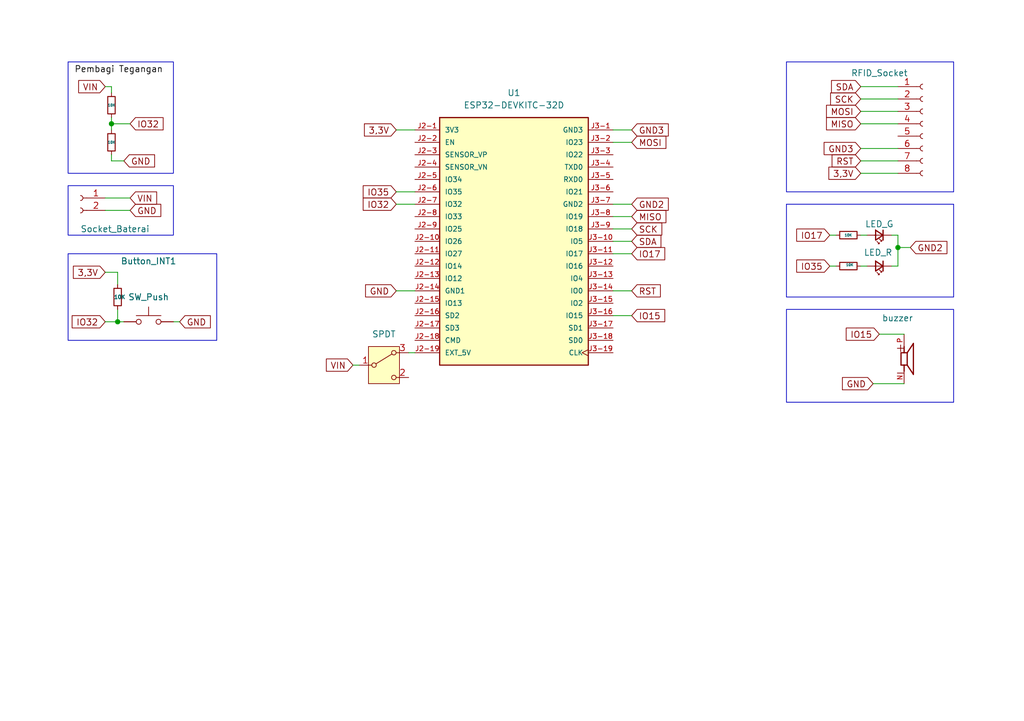
<source format=kicad_sch>
(kicad_sch (version 20231120) (generator "eeschema") (generator_version "8.0")
  (paper "A5")
  (title_block (title " Skematik Proyek"))
  (lib_symbols
    (symbol "CMT-8540S-SMT:CMT-8540S-SMT" (pin_names (offset 1.016))
      (property "Reference" "LS" (at -3.8235 8.9216 0))
      (property "Value" "CMT-8540S-SMT" (at -3.8247 -11.4741 0))
      (symbol "CMT-8540S-SMT_0_0"
        (polyline (pts (xy -0.635 -1.27) (xy -0.635 1.27)) (stroke (width 0.254)))
        (polyline (pts (xy -0.635 1.27) (xy 0 1.27)) (stroke (width 0.254)))
        (polyline (pts (xy 0 -1.27) (xy -0.635 -1.27)) (stroke (width 0.254)))
        (polyline (pts (xy 0 -1.27) (xy 0 -2.54)) (stroke (width 0.254)))
        (polyline (pts (xy 0 1.27) (xy 0 2.54)) (stroke (width 0.254)))
        (polyline (pts (xy 0 1.27) (xy 0.635 1.27)) (stroke (width 0.254)))
        (polyline (pts (xy 0.635 -1.27) (xy 0 -1.27)) (stroke (width 0.254)))
        (polyline (pts (xy 0.635 1.27) (xy 0.635 -1.27)) (stroke (width 0.254)))
        (polyline (pts (xy 0.635 1.27) (xy 1.905 3.175)) (stroke (width 0.254)))
        (polyline (pts (xy 1.905 -3.175) (xy 0.635 -1.27)) (stroke (width 0.254)))
        (polyline (pts (xy 1.905 3.175) (xy 1.905 -3.175)) (stroke (width 0.254)))
        (text "+" (at -1.9126 1.275 0) (effects (font (size 1.785 1.785)) (justify left bottom)))
        (text "-" (at -1.9134 -3.8091 0) (effects (font (size 1.7858 1.7858)) (justify left bottom)))
        (pin passive line (at 0 -5.08 90) (length 2.54) (name "~") (number "N"))
        (pin passive line (at 0 5.08 270) (length 2.54) (name "~") (number "P"))
      )
    )
    (symbol "Connector:Conn_01x02_Socket" (pin_names (offset 1.016) hide)
      (property "Reference" "J" (at 0 2.54 0))
      (property "Value" "Conn_01x02_Socket" (at 0 -5.08 0))
      (symbol "Conn_01x02_Socket_1_1"
        (arc (start 0 -2.032) (mid -0.5058 -2.54) (end 0 -3.048) (stroke (width 0.1524)))
        (polyline (pts (xy -1.27 -2.54) (xy -0.508 -2.54)) (stroke (width 0.1524)))
        (polyline (pts (xy -1.27 0) (xy -0.508 0)) (stroke (width 0.1524)))
        (arc (start 0 0.508) (mid -0.5058 0) (end 0 -0.508) (stroke (width 0.1524)))
        (pin passive line (at -5.08 0 0) (length 3.81) (name "Pin_1") (number "1"))
        (pin passive line (at -5.08 -2.54 0) (length 3.81) (name "Pin_2") (number "2"))
      )
    )
    (symbol "Connector:Conn_01x08_Socket" (pin_names (offset 1.016) hide)
      (property "Reference" "J" (at 0 10.16 0))
      (property "Value" "Conn_01x08_Socket" (at 0 -12.7 0))
      (symbol "Conn_01x08_Socket_1_1"
        (arc (start 0 -9.652) (mid -0.5058 -10.16) (end 0 -10.668) (stroke (width 0.1524)))
        (arc (start 0 -7.112) (mid -0.5058 -7.62) (end 0 -8.128) (stroke (width 0.1524)))
        (arc (start 0 -4.572) (mid -0.5058 -5.08) (end 0 -5.588) (stroke (width 0.1524)))
        (arc (start 0 -2.032) (mid -0.5058 -2.54) (end 0 -3.048) (stroke (width 0.1524)))
        (polyline (pts (xy -1.27 -10.16) (xy -0.508 -10.16)) (stroke (width 0.1524)))
        (polyline (pts (xy -1.27 -7.62) (xy -0.508 -7.62)) (stroke (width 0.1524)))
        (polyline (pts (xy -1.27 -5.08) (xy -0.508 -5.08)) (stroke (width 0.1524)))
        (polyline (pts (xy -1.27 -2.54) (xy -0.508 -2.54)) (stroke (width 0.1524)))
        (polyline (pts (xy -1.27 0) (xy -0.508 0)) (stroke (width 0.1524)))
        (polyline (pts (xy -1.27 2.54) (xy -0.508 2.54)) (stroke (width 0.1524)))
        (polyline (pts (xy -1.27 5.08) (xy -0.508 5.08)) (stroke (width 0.1524)))
        (polyline (pts (xy -1.27 7.62) (xy -0.508 7.62)) (stroke (width 0.1524)))
        (arc (start 0 0.508) (mid -0.5058 0) (end 0 -0.508) (stroke (width 0.1524)))
        (arc (start 0 3.048) (mid -0.5058 2.54) (end 0 2.032) (stroke (width 0.1524)))
        (arc (start 0 5.588) (mid -0.5058 5.08) (end 0 4.572) (stroke (width 0.1524)))
        (arc (start 0 8.128) (mid -0.5058 7.62) (end 0 7.112) (stroke (width 0.1524)))
        (pin passive line (at -5.08 7.62 0) (length 3.81) (name "Pin_1") (number "1"))
        (pin passive line (at -5.08 5.08 0) (length 3.81) (name "Pin_2") (number "2"))
        (pin passive line (at -5.08 2.54 0) (length 3.81) (name "Pin_3") (number "3"))
        (pin passive line (at -5.08 0 0) (length 3.81) (name "Pin_4") (number "4"))
        (pin passive line (at -5.08 -2.54 0) (length 3.81) (name "Pin_5") (number "5"))
        (pin passive line (at -5.08 -5.08 0) (length 3.81) (name "Pin_6") (number "6"))
        (pin passive line (at -5.08 -7.62 0) (length 3.81) (name "Pin_7") (number "7"))
        (pin passive line (at -5.08 -10.16 0) (length 3.81) (name "Pin_8") (number "8"))
      )
    )
    (symbol "Device:LED_Small" (pin_numbers hide) (pin_names (offset 0.254) hide)
      (property "Reference" "D" (at -1.27 3.175 0))
      (property "Value" "LED_Small" (at -4.445 -2.54 0))
      (symbol "LED_Small_0_1"
        (polyline (pts (xy -0.762 -1.016) (xy -0.762 1.016)) (stroke (width 0.254)))
        (polyline (pts (xy 1.016 0) (xy -0.762 0)))
        (polyline (pts (xy 0.762 -1.016) (xy -0.762 0) (xy 0.762 1.016) (xy 0.762 -1.016)) (stroke (width 0.254)))
        (polyline (pts (xy 0 0.762) (xy -0.508 1.27) (xy -0.254 1.27) (xy -0.508 1.27) (xy -0.508 1.016)))
        (polyline (pts (xy 0.508 1.27) (xy 0 1.778) (xy 0.254 1.778) (xy 0 1.778) (xy 0 1.524)))
      )
      (symbol "LED_Small_1_1"
        (pin passive line (at -2.54 0 0) (length 1.778) (name "K") (number "1"))
        (pin passive line (at 2.54 0 180) (length 1.778) (name "A") (number "2"))
      )
    )
    (symbol "Device:R_Small" (pin_numbers hide) (pin_names (offset 0.254) hide)
      (property "Reference" "R" (at 0.762 0.508 0))
      (property "Value" "R_Small" (at 0.762 -1.016 0))
      (symbol "R_Small_0_1"
        (rectangle (start -0.762 1.778) (end 0.762 -1.778) (stroke (width 0.2032)))
      )
      (symbol "R_Small_1_1"
        (pin passive line (at 0 2.54 270) (length 0.762) (name "~") (number "1"))
        (pin passive line (at 0 -2.54 90) (length 0.762) (name "~") (number "2"))
      )
    )
    (symbol "ESP32-DEVKITC-32D:ESP32-DEVKITC-32D" (pin_names (offset 1.016))
      (property "Reference" "U" (at -15.2572 26.0643 0))
      (property "Value" "ESP32-DEVKITC-32D" (at -15.2563 -27.9698 0))
      (symbol "ESP32-DEVKITC-32D_0_0"
        (rectangle (start -15.24 -25.4) (end 15.24 25.4) (stroke (width 0.254)) (fill (type background)))
        (pin power_in line (at -20.32 22.86 0) (length 5.08) (name "3V3") (number "J2-1"))
        (pin bidirectional line (at -20.32 0 0) (length 5.08) (name "IO26") (number "J2-10"))
        (pin bidirectional line (at -20.32 -2.54 0) (length 5.08) (name "IO27") (number "J2-11"))
        (pin bidirectional line (at -20.32 -5.08 0) (length 5.08) (name "IO14") (number "J2-12"))
        (pin bidirectional line (at -20.32 -7.62 0) (length 5.08) (name "IO12") (number "J2-13"))
        (pin power_in line (at -20.32 -10.16 0) (length 5.08) (name "GND1") (number "J2-14"))
        (pin bidirectional line (at -20.32 -12.7 0) (length 5.08) (name "IO13") (number "J2-15"))
        (pin bidirectional line (at -20.32 -15.24 0) (length 5.08) (name "SD2") (number "J2-16"))
        (pin bidirectional line (at -20.32 -17.78 0) (length 5.08) (name "SD3") (number "J2-17"))
        (pin bidirectional line (at -20.32 -20.32 0) (length 5.08) (name "CMD") (number "J2-18"))
        (pin power_in line (at -20.32 -22.86 0) (length 5.08) (name "EXT_5V") (number "J2-19"))
        (pin input line (at -20.32 20.32 0) (length 5.08) (name "EN") (number "J2-2"))
        (pin input line (at -20.32 17.78 0) (length 5.08) (name "SENSOR_VP") (number "J2-3"))
        (pin input line (at -20.32 15.24 0) (length 5.08) (name "SENSOR_VN") (number "J2-4"))
        (pin bidirectional line (at -20.32 12.7 0) (length 5.08) (name "IO34") (number "J2-5"))
        (pin bidirectional line (at -20.32 10.16 0) (length 5.08) (name "IO35") (number "J2-6"))
        (pin bidirectional line (at -20.32 7.62 0) (length 5.08) (name "IO32") (number "J2-7"))
        (pin bidirectional line (at -20.32 5.08 0) (length 5.08) (name "IO33") (number "J2-8"))
        (pin bidirectional line (at -20.32 2.54 0) (length 5.08) (name "IO25") (number "J2-9"))
        (pin power_in line (at 20.32 22.86 180) (length 5.08) (name "GND3") (number "J3-1"))
        (pin bidirectional line (at 20.32 0 180) (length 5.08) (name "IO5") (number "J3-10"))
        (pin bidirectional line (at 20.32 -2.54 180) (length 5.08) (name "IO17") (number "J3-11"))
        (pin bidirectional line (at 20.32 -5.08 180) (length 5.08) (name "IO16") (number "J3-12"))
        (pin bidirectional line (at 20.32 -7.62 180) (length 5.08) (name "IO4") (number "J3-13"))
        (pin bidirectional line (at 20.32 -10.16 180) (length 5.08) (name "IO0") (number "J3-14"))
        (pin bidirectional line (at 20.32 -12.7 180) (length 5.08) (name "IO2") (number "J3-15"))
        (pin bidirectional line (at 20.32 -15.24 180) (length 5.08) (name "IO15") (number "J3-16"))
        (pin bidirectional line (at 20.32 -17.78 180) (length 5.08) (name "SD1") (number "J3-17"))
        (pin bidirectional line (at 20.32 -20.32 180) (length 5.08) (name "SD0") (number "J3-18"))
        (pin input clock (at 20.32 -22.86 180) (length 5.08) (name "CLK") (number "J3-19"))
        (pin bidirectional line (at 20.32 20.32 180) (length 5.08) (name "IO23") (number "J3-2"))
        (pin bidirectional line (at 20.32 17.78 180) (length 5.08) (name "IO22") (number "J3-3"))
        (pin output line (at 20.32 15.24 180) (length 5.08) (name "TXD0") (number "J3-4"))
        (pin input line (at 20.32 12.7 180) (length 5.08) (name "RXD0") (number "J3-5"))
        (pin bidirectional line (at 20.32 10.16 180) (length 5.08) (name "IO21") (number "J3-6"))
        (pin power_in line (at 20.32 7.62 180) (length 5.08) (name "GND2") (number "J3-7"))
        (pin bidirectional line (at 20.32 5.08 180) (length 5.08) (name "IO19") (number "J3-8"))
        (pin bidirectional line (at 20.32 2.54 180) (length 5.08) (name "IO18") (number "J3-9"))
      )
    )
    (symbol "Switch:SW_Push" (pin_numbers hide) (pin_names (offset 1.016) hide)
      (property "Reference" "SW" (at 1.27 2.54 0))
      (property "Value" "SW_Push" (at 0 -1.524 0))
      (symbol "SW_Push_0_1"
        (circle (center -2.032 0) (radius 0.508))
        (polyline (pts (xy 0 1.27) (xy 0 3.048)))
        (polyline (pts (xy 2.54 1.27) (xy -2.54 1.27)))
        (circle (center 2.032 0) (radius 0.508))
        (pin passive line (at -5.08 0 0) (length 2.54) (name "1") (number "1"))
        (pin passive line (at 5.08 0 180) (length 2.54) (name "2") (number "2"))
      )
    )
    (symbol "Switch:SW_SPDT_312" (pin_names (offset 1) hide)
      (property "Reference" "SW" (at 0 5.08 0))
      (property "Value" "SW_SPDT_312" (at 0 -5.08 0))
      (symbol "SW_SPDT_312_0_1"
        (circle (center -2.032 0) (radius 0.4572))
        (polyline (pts (xy -1.651 0.254) (xy 1.651 2.286)))
        (circle (center 2.032 -2.54) (radius 0.4572))
        (circle (center 2.032 2.54) (radius 0.4572))
      )
      (symbol "SW_SPDT_312_1_1"
        (rectangle (start -3.175 3.81) (end 3.175 -3.81) (fill (type background)))
        (pin passive line (at -5.08 0 0) (length 2.54) (name "B") (number "1"))
        (pin passive line (at 5.08 -2.54 180) (length 2.54) (name "C") (number "2"))
        (pin passive line (at 5.08 2.54 180) (length 2.54) (name "A") (number "3"))
      )
    )
  )
  (junction (at 22.86 25.4))
  (junction (at 184.15 50.8))
  (junction (at 24.13 66.04))
  (wire (pts (xy 81.28 59.69) (xy 85.09 59.69)))
  (wire (pts (xy 170.18 48.26) (xy 171.45 48.26)))
  (wire (pts (xy 22.86 17.78) (xy 22.86 19.05)))
  (wire (pts (xy 170.18 54.61) (xy 171.45 54.61)))
  (wire (pts (xy 125.73 41.91) (xy 129.54 41.91)))
  (wire (pts (xy 24.13 66.04) (xy 25.4 66.04)))
  (wire (pts (xy 24.13 55.88) (xy 24.13 58.42)))
  (wire (pts (xy 21.59 43.18) (xy 26.67 43.18)))
  (wire (pts (xy 22.86 25.4) (xy 26.67 25.4)))
  (wire (pts (xy 180.34 68.58) (xy 185.42 68.58)))
  (wire (pts (xy 21.59 40.64) (xy 26.67 40.64)))
  (wire (pts (xy 83.82 72.39) (xy 85.09 72.39)))
  (wire (pts (xy 176.53 22.86) (xy 184.15 22.86)))
  (wire (pts (xy 24.13 63.5) (xy 24.13 66.04)))
  (wire (pts (xy 176.53 33.02) (xy 184.15 33.02)))
  (wire (pts (xy 176.53 54.61) (xy 177.8 54.61)))
  (wire (pts (xy 81.28 41.91) (xy 85.09 41.91)))
  (wire (pts (xy 21.59 55.88) (xy 24.13 55.88)))
  (wire (pts (xy 182.88 48.26) (xy 184.15 48.26)))
  (wire (pts (xy 125.73 29.21) (xy 129.54 29.21)))
  (wire (pts (xy 22.86 24.13) (xy 22.86 25.4)))
  (wire (pts (xy 176.53 20.32) (xy 184.15 20.32)))
  (wire (pts (xy 184.15 50.8) (xy 184.15 54.61)))
  (wire (pts (xy 176.53 17.78) (xy 184.15 17.78)))
  (wire (pts (xy 81.28 26.67) (xy 85.09 26.67)))
  (wire (pts (xy 176.53 35.56) (xy 184.15 35.56)))
  (wire (pts (xy 184.15 48.26) (xy 184.15 50.8)))
  (wire (pts (xy 182.88 54.61) (xy 184.15 54.61)))
  (wire (pts (xy 24.13 66.04) (xy 21.59 66.04)))
  (wire (pts (xy 179.07 78.74) (xy 185.42 78.74)))
  (wire (pts (xy 125.73 59.69) (xy 129.54 59.69)))
  (wire (pts (xy 176.53 48.26) (xy 177.8 48.26)))
  (wire (pts (xy 22.86 25.4) (xy 22.86 26.67)))
  (wire (pts (xy 125.73 49.53) (xy 129.54 49.53)))
  (wire (pts (xy 125.73 64.77) (xy 129.54 64.77)))
  (wire (pts (xy 176.53 30.48) (xy 184.15 30.48)))
  (wire (pts (xy 35.56 66.04) (xy 36.83 66.04)))
  (wire (pts (xy 125.73 44.45) (xy 129.54 44.45)))
  (wire (pts (xy 72.39 74.93) (xy 73.66 74.93)))
  (wire (pts (xy 125.73 26.67) (xy 129.54 26.67)))
  (wire (pts (xy 125.73 52.07) (xy 129.54 52.07)))
  (wire (pts (xy 184.15 50.8) (xy 186.69 50.8)))
  (wire (pts (xy 22.86 33.02) (xy 25.4 33.02)))
  (wire (pts (xy 125.73 46.99) (xy 129.54 46.99)))
  (wire (pts (xy 81.28 39.37) (xy 85.09 39.37)))
  (wire (pts (xy 22.86 31.75) (xy 22.86 33.02)))
  (wire (pts (xy 176.53 25.4) (xy 184.15 25.4)))
  (wire (pts (xy 21.59 17.78) (xy 22.86 17.78)))
  (rectangle (start 161.29 12.7) (end 195.58 39.37))
  (text_box "" (at 161.29 63.5 0) (size 34.29 19.05) (effects (font (size 1.27 1.27)) (justify left top)))
  (text_box "" (at 13.97 52.07 0) (size 30.48 17.78) (effects (font (size 1.27 1.27)) (justify left top)))
  (text_box "" (at 161.29 41.91 0) (size 34.29 19.05) (effects (font (size 1.27 1.27)) (justify left top)))
  (text_box "" (at 13.97 12.7 0) (size 21.59 22.86) (effects (font (size 1.27 1.27)) (justify left top)))
  (text_box "" (at 13.97 38.1 0) (size 21.59 10.16) (effects (font (size 1.27 1.27)) (justify left top)))
  (label "Pembagi Tegangan" (at 15.24 15.24 0))
  (global_label "VIN" (shape input) (at 26.67 40.64 0) (property "Intersheetrefs" "${INTERSHEET_REFS}" (effects (hide yes))))
  (global_label "GND3" (shape input) (at 129.54 26.67 0) (property "Intersheetrefs" "${INTERSHEET_REFS}" (effects (hide yes))))
  (global_label "MOSI" (shape input) (at 129.54 29.21 0) (property "Intersheetrefs" "${INTERSHEET_REFS}" (effects (hide yes))))
  (global_label "IO15" (shape input) (at 129.54 64.77 0) (property "Intersheetrefs" "${INTERSHEET_REFS}" (effects (hide yes))))
  (global_label "VIN" (shape input) (at 21.59 17.78 180) (property "Intersheetrefs" "${INTERSHEET_REFS}" (effects (hide yes))))
  (global_label "SCK" (shape input) (at 176.53 20.32 180) (property "Intersheetrefs" "${INTERSHEET_REFS}" (effects (hide yes))))
  (global_label "IO32" (shape input) (at 81.28 41.91 180) (property "Intersheetrefs" "${INTERSHEET_REFS}" (effects (hide yes))))
  (global_label "GND" (shape input) (at 25.4 33.02 0) (property "Intersheetrefs" "${INTERSHEET_REFS}" (effects (hide yes))))
  (global_label "3,3V" (shape input) (at 81.28 26.67 180) (property "Intersheetrefs" "${INTERSHEET_REFS}" (effects (hide yes))))
  (global_label "IO17" (shape input) (at 170.18 48.26 180) (property "Intersheetrefs" "${INTERSHEET_REFS}" (effects (hide yes))))
  (global_label "RST" (shape input) (at 176.53 33.02 180) (property "Intersheetrefs" "${INTERSHEET_REFS}" (effects (hide yes))))
  (global_label "GND" (shape input) (at 36.83 66.04 0) (property "Intersheetrefs" "${INTERSHEET_REFS}" (effects (hide yes))))
  (global_label "IO32" (shape input) (at 26.67 25.4 0) (property "Intersheetrefs" "${INTERSHEET_REFS}" (effects (hide yes))))
  (global_label "3,3V" (shape input) (at 21.59 55.88 180) (property "Intersheetrefs" "${INTERSHEET_REFS}" (effects (hide yes))))
  (global_label "GND" (shape input) (at 26.67 43.18 0) (property "Intersheetrefs" "${INTERSHEET_REFS}" (effects (hide yes))))
  (global_label "SCK" (shape input) (at 129.54 46.99 0) (property "Intersheetrefs" "${INTERSHEET_REFS}" (effects (hide yes))))
  (global_label "RST" (shape input) (at 129.54 59.69 0) (property "Intersheetrefs" "${INTERSHEET_REFS}" (effects (hide yes))))
  (global_label "MOSI" (shape input) (at 176.53 22.86 180) (property "Intersheetrefs" "${INTERSHEET_REFS}" (effects (hide yes))))
  (global_label "IO32" (shape input) (at 21.59 66.04 180) (property "Intersheetrefs" "${INTERSHEET_REFS}" (effects (hide yes))))
  (global_label "GND" (shape input) (at 179.07 78.74 180) (property "Intersheetrefs" "${INTERSHEET_REFS}" (effects (hide yes))))
  (global_label "MISO" (shape input) (at 129.54 44.45 0) (property "Intersheetrefs" "${INTERSHEET_REFS}" (effects (hide yes))))
  (global_label "SDA" (shape input) (at 129.54 49.53 0) (property "Intersheetrefs" "${INTERSHEET_REFS}" (effects (hide yes))))
  (global_label "GND2" (shape input) (at 186.69 50.8 0) (property "Intersheetrefs" "${INTERSHEET_REFS}" (effects (hide yes))))
  (global_label "VIN" (shape input) (at 72.39 74.93 180) (property "Intersheetrefs" "${INTERSHEET_REFS}" (effects (hide yes))))
  (global_label "GND3" (shape input) (at 176.53 30.48 180) (property "Intersheetrefs" "${INTERSHEET_REFS}" (effects (hide yes))))
  (global_label "IO35" (shape input) (at 81.28 39.37 180) (property "Intersheetrefs" "${INTERSHEET_REFS}" (effects (hide yes))))
  (global_label "MISO" (shape input) (at 176.53 25.4 180) (property "Intersheetrefs" "${INTERSHEET_REFS}" (effects (hide yes))))
  (global_label "GND2" (shape input) (at 129.54 41.91 0) (property "Intersheetrefs" "${INTERSHEET_REFS}" (effects (hide yes))))
  (global_label "GND" (shape input) (at 81.28 59.69 180) (property "Intersheetrefs" "${INTERSHEET_REFS}" (effects (hide yes))))
  (global_label "IO15" (shape input) (at 180.34 68.58 180) (property "Intersheetrefs" "${INTERSHEET_REFS}" (effects (hide yes))))
  (global_label "IO35" (shape input) (at 170.18 54.61 180) (property "Intersheetrefs" "${INTERSHEET_REFS}" (effects (hide yes))))
  (global_label "3,3V" (shape input) (at 176.53 35.56 180) (property "Intersheetrefs" "${INTERSHEET_REFS}" (effects (hide yes))))
  (global_label "IO17" (shape input) (at 129.54 52.07 0) (property "Intersheetrefs" "${INTERSHEET_REFS}" (effects (hide yes))))
  (global_label "SDA" (shape input) (at 176.53 17.78 180) (property "Intersheetrefs" "${INTERSHEET_REFS}" (effects (hide yes))))
  (symbol (lib_id "ESP32-DEVKITC-32D:ESP32-DEVKITC-32D") (at 105.41 49.53 0) (unit 1)
    (property "Reference" "U1" (at 105.41 19.05 0))
    (property "Value" "ESP32-DEVKITC-32D" (at 105.41 21.59 0))
    (property "Footprint" "footprints:MODULE_ESP32-DEVKITC-32D" (effects (hide yes)))
    (property "MF" "Espressif Systems" (effects (hide yes)))
    (property "MAXIMUM_PACKAGE_HEIGHT" "N/A" (effects (hide yes)))
    (property "Package" "None" (effects (hide yes)))
    (property "Price" "None" (effects (hide yes)))
    (property "Check_prices" "https://www.snapeda.com/parts/ESP32-DEVKITC-32D/Espressif+Systems/view-part/?ref=eda" (effects (hide yes)))
    (property "STANDARD" "Manufacturer Recommendations" (effects (hide yes)))
    (property "PARTREV" "V4" (effects (hide yes)))
    (property "SnapEDA_Link" "https://www.snapeda.com/parts/ESP32-DEVKITC-32D/Espressif+Systems/view-part/?ref=snap" (effects (hide yes)))
    (property "MP" "ESP32-DEVKITC-32D" (effects (hide yes)))
    (property "Description_1" "\nWiFi Development Tools (802.11) ESP32 General Development Kit, ESP32-WROOM-32D on the board\n" (effects (hide yes)))
    (property "MANUFACTURER" "Espressif Systems" (effects (hide yes)))
    (property "Availability" "In Stock" (effects (hide yes)))
    (property "SNAPEDA_PN" "ESP32-DEVKITC-32D" (effects (hide yes)))
  )
  (symbol (lib_id "Device:R_Small") (at 173.99 54.61 270) (unit 1)
    (property "Reference" "R3" (effects (hide yes)))
    (property "Value" "10K" (at 173.482 54.356 90) (effects (font (size 0.508 0.508)) (justify left)))
    (property "Footprint" "Resistor_SMD:R_0201_0603Metric" (effects (hide yes)))
    (property "Description" "Resistor, small symbol" (effects (hide yes)))
  )
  (symbol (lib_id "Switch:SW_SPDT_312") (at 78.74 74.93 0) (unit 1)
    (property "Reference" "SW3" (effects (hide yes)))
    (property "Value" "SPDT" (at 78.74 68.58 0))
    (property "Footprint" "switch spdt:SW_ATE1D-2M3-10-Z" (effects (hide yes)))
    (property "Description" "Switch, single pole double throw" (effects (hide yes)))
  )
  (symbol (lib_id "Device:LED_Small") (at 180.34 48.26 180) (unit 1)
    (property "Reference" "D2" (effects (hide yes)))
    (property "Value" "LED_G" (at 180.34 45.974 0))
    (property "Footprint" "LED_THT:LED_D4.0mm" (effects (hide yes)))
    (property "Description" "Light emitting diode, small symbol" (effects (hide yes)))
  )
  (symbol (lib_id "Switch:SW_Push") (at 30.48 66.04 0) (unit 1)
    (property "Reference" "Button_INT1" (at 30.48 53.594 0))
    (property "Value" "SW_Push" (at 30.48 60.96 0))
    (property "Footprint" "Button_Switch_THT:SW_PUSH_6mm" (effects (hide yes)))
    (property "Description" "Push button switch, generic, two pins" (effects (hide yes)))
  )
  (symbol (lib_id "Device:LED_Small") (at 180.34 54.61 180) (unit 1)
    (property "Reference" "D1" (effects (hide yes)))
    (property "Value" "LED_R" (at 180.086 51.816 0))
    (property "Footprint" "LED_THT:LED_D4.0mm" (effects (hide yes)))
    (property "Description" "Light emitting diode, small symbol" (effects (hide yes)))
  )
  (symbol (lib_id "Device:R_Small") (at 24.13 60.96 0) (unit 1)
    (property "Reference" "R5" (effects (hide yes)))
    (property "Value" "10K" (at 23.368 60.96 0) (effects (font (size 0.762 0.762)) (justify left)))
    (property "Footprint" "Resistor_SMD:R_0201_0603Metric" (effects (hide yes)))
    (property "Description" "Resistor, small symbol" (effects (hide yes)))
  )
  (symbol (lib_id "Device:R_Small") (at 173.99 48.26 90) (unit 1)
    (property "Reference" "R4" (effects (hide yes)))
    (property "Value" "10K" (at 174.752 48.26 90) (effects (font (size 0.508 0.508)) (justify left)))
    (property "Footprint" "Resistor_SMD:R_0201_0603Metric" (effects (hide yes)))
    (property "Description" "Resistor, small symbol" (effects (hide yes)))
  )
  (symbol (lib_id "Connector:Conn_01x02_Socket") (at 16.51 40.64 0) (mirror y) (unit 1)
    (property "Reference" "J2" (effects (hide yes)))
    (property "Value" "Socket_Baterai" (at 30.734 46.99 0) (effects (justify left)))
    (property "Footprint" "Connector_PinHeader_2.54mm:PinHeader_1x02_P2.54mm_Vertical" (effects (hide yes)))
    (property "Description" "Generic connector, single row, 01x02, script generated" (effects (hide yes)))
  )
  (symbol (lib_id "Device:R_Small") (at 22.86 21.59 0) (unit 1)
    (property "Reference" "R1" (effects (hide yes)))
    (property "Value" "10K" (at 22.098 21.59 0) (effects (font (size 0.508 0.508)) (justify left)))
    (property "Footprint" "Resistor_SMD:R_0201_0603Metric" (effects (hide yes)))
    (property "Description" "Resistor, small symbol" (effects (hide yes)))
  )
  (symbol (lib_id "Device:R_Small") (at 22.86 29.21 0) (unit 1)
    (property "Reference" "R2" (effects (hide yes)))
    (property "Value" "10K" (at 22.098 29.21 0) (effects (font (size 0.508 0.508)) (justify left)))
    (property "Footprint" "Resistor_SMD:R_0201_0603Metric" (effects (hide yes)))
    (property "Description" "Resistor, small symbol" (effects (hide yes)))
  )
  (symbol (lib_id "Connector:Conn_01x08_Socket") (at 189.23 25.4 0) (unit 1)
    (property "Reference" "J1" (effects (hide yes)))
    (property "Value" "RFID_Socket" (at 174.498 14.986 0) (effects (justify left)))
    (property "Footprint" "Connector_PinHeader_2.54mm:PinHeader_1x08_P2.54mm_Vertical" (effects (hide yes)))
    (property "Description" "Generic connector, single row, 01x08, script generated" (effects (hide yes)))
  )
  (symbol (lib_id "CMT-8540S-SMT:CMT-8540S-SMT") (at 185.42 73.66 0) (unit 1)
    (property "Reference" "LS1" (effects (hide yes)))
    (property "Value" "buzzer" (at 180.848 65.278 0) (effects (justify left)))
    (property "Footprint" "buzzer:CUI_CMT-8540S-SMT" (effects (hide yes)))
    (property "MF" "Same Sky" (effects (hide yes)))
    (property "Description_1" "\n8.5 mm, 5.0 Vo-p, 100 dB, Surface Mount (SMT), Magnetic Audio Transducer Buzzer\n" (effects (hide yes)))
    (property "Package" "None" (effects (hide yes)))
    (property "Price" "None" (effects (hide yes)))
    (property "SnapEDA_Link" "https://www.snapeda.com/parts/CMT-8540S-SMT-TR/Same+Sky/view-part/?ref=snap" (effects (hide yes)))
    (property "MP" "CMT-8540S-SMT-TR" (effects (hide yes)))
    (property "Purchase-URL" "https://www.snapeda.com/api/url_track_click_mouser/?unipart_id=587791&manufacturer=Same Sky&part_name=CMT-8540S-SMT-TR&search_term=buzzer smd 8530" (effects (hide yes)))
    (property "Availability" "In Stock" (effects (hide yes)))
    (property "Check_prices" "https://www.snapeda.com/parts/CMT-8540S-SMT-TR/Same+Sky/view-part/?ref=eda" (effects (hide yes)))
  )
)
</source>
